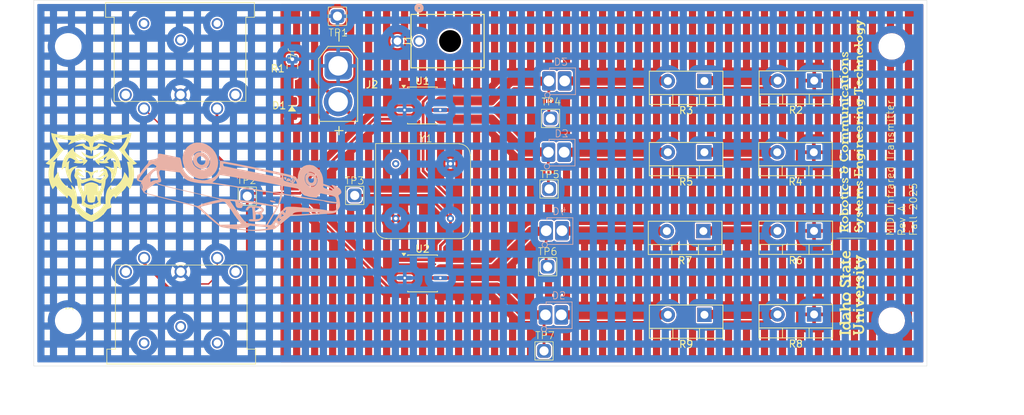
<source format=kicad_pcb>
(kicad_pcb (version 20241229) (generator "pcbnew") (generator_version "9.0")
  (layers (0 "F.Cu" signal) (2 "B.Cu" signal) (13 "F.Paste" user) (15 "B.Paste" user) (5 "F.SilkS" user "F.Silkscreen") (7 "B.SilkS" user "B.Silkscreen") (1 "F.Mask" user) (3 "B.Mask" user) (25 "Edge.Cuts" user))
  (net 0 "")
  (net 1 "Net-(D3-K)")
  (net 2 "Net-(D4-K)")
  (net 3 "Net-(D5-A)")
  (net 4 "GND")
  (net 5 "Net-(U1-INA)")
  (net 6 "Net-(D5-K)")
  (net 8 "Net-(U1-VCC)")
  (net 10 "Net-(R2-Pad2)")
  (net 11 "Net-(U1-ENA)")
  (net 12 "Net-(R4-Pad2)")
  (net 14 "Net-(D1-K)")
  (net 15 "Net-(D2-K)")
  (net 16 "Net-(D3-A)")
  (net 17 "Net-(D2-A)")
  (net 18 "Net-(D4-A)")
  (net 19 "Net-(R6-Pad2)")
  (net 20 "Net-(R8-Pad2)")
  (net 23 "Net-(D1-A)")
  (net 24 "Net-(J3-Pad4)")
  (footprint "2JB_Footprints:1X1_100mil_Header" (layer "F.Cu") (at 177.72 120.9)
    (property "Reference" "TP6" (at -20.32 -2.1 0) (layer "F.SilkS") (effects (font (thickness 0.1))))
    (property "Value" "IR3")
    (pad "1" thru_hole roundrect (at -20.32 0) (size 1.905 1.905) (drill 1.27) (layers "*.Cu" "*.Mask") (net 2 "Net-(D4-K)"))
  )
  (footprint "2JB_Footprints:DIN-5PIN_MIDI" (layer "F.Cu") (at 108.6175 91.4225 -90)
    (property "Reference" "J4" (at -0.1 -13.2 270) (layer "F.SilkS") (effects (font (thickness 0.1))))
    (property "Value" "MIDI in")
    (pad "1" thru_hole circle (at 5.5975 9.8375 270) (size 1.7 1.7) (drill 1.2) (layers "*.Cu" "*.Mask"))
    (pad "2" thru_hole circle (at 5.5975 2.2175 270) (size 1.7 1.7) (drill 1.2) (layers "*.Cu" "*.Mask") (net 4 "GND"))
    (pad "3" thru_hole circle (at 5.5975 -5.4025 270) (size 1.7 1.7) (drill 1.2) (layers "*.Cu" "*.Mask"))
    (pad "4" thru_hole circle (at 7.5025 7.2975 270) (size 1.7 1.7) (drill 1.2) (layers "*.Cu" "*.Mask") (net 24 "Net-(J3-Pad4)"))
    (pad "5" thru_hole circle (at 7.5025 -2.8625 270) (size 1.7 1.7) (drill 1.2) (layers "*.Cu" "*.Mask") (net 5 "Net-(U1-INA)"))
    (pad "6" thru_hole circle (at -2.0225 2.2175 180) (size 1.5 1.5) (drill 1) (layers "*.Cu" "*.Mask"))
    (pad "7" thru_hole circle (at -4.3085 -2.8625 180) (size 1.5 1.5) (drill 1) (layers "*.Cu" "*.Mask"))
    (pad "7" thru_hole circle (at -4.3085 7.2975 180) (size 1.5 1.5) (drill 1) (layers "*.Cu" "*.Mask"))
  )
  (footprint "Connector_AMASS:AMASS_XT30U-F_1x02_P5.0mm_Vertical" (layer "F.Cu") (at 128.3 93 -90)
    (property "Reference" "J2" (at 2.6 -4.7 180) (layer "F.SilkS"))
    (property "Value" "Power In")
    (fp_text user "-" (at -4 0 90) (layer "F.SilkS") (effects (font (size 1.5 1.5))))
    (fp_text user "+" (at 9 0 90) (layer "F.SilkS") (effects (font (size 1.5 1.5))))
    (pad "1" thru_hole roundrect (at 0 0 270) (size 3.8 3.8) (drill 2.7) (layers "*.Cu" "*.Mask") (roundrect_rratio 0.2) (net 4 "GND"))
    (pad "2" thru_hole circle (at 5 0 270) (size 4 4) (drill 2.7) (layers "*.Cu" "*.Mask") (net 8 "Net-(U1-VCC)"))
  )
  (footprint "2JB_Footprints:1X1_100mil_Header" (layer "F.Cu") (at 148.52 86.1)
    (property "Reference" "TP1" (at -20.22 2.3 0) (layer "F.SilkS") (effects (font (thickness 0.1))))
    (property "Value" "GND")
    (pad "1" thru_hole roundrect (at -20.32 0) (size 1.905 1.905) (drill 1.27) (layers "*.Cu" "*.Mask") (net 4 "GND"))
  )
  (footprint "Package_TO_SOT_THT:TO-220-2_Vertical" (layer "F.Cu") (at 179.04 115.95 180)
    (property "Reference" "R7" (at 2.54 -4.1 0) (layer "F.SilkS"))
    (property "Value" "2Ω")
    (pad "1" thru_hole rect (at 0 0 180) (size 2 2) (drill 1.1) (layers "*.Cu" "*.Mask") (net 19 "Net-(R6-Pad2)"))
    (pad "2" thru_hole circle (at 5.08 0 180) (size 2 2) (drill 1.1) (layers "*.Cu" "*.Mask") (net 18 "Net-(D4-A)"))
  )
  (footprint "2JB_Footprints:1X1_100mil_Header" (layer "F.Cu") (at 150.92 111)
    (property "Reference" "TP3" (at -20.35 -2.05 0) (layer "F.SilkS") (effects (font (thickness 0.1))))
    (property "Value" "1MHzTP")
    (pad "1" thru_hole roundrect (at -20.32 0) (size 1.905 1.905) (drill 1.27) (layers "*.Cu" "*.Mask") (net 11 "Net-(U1-ENA)"))
  )
  (footprint "2JB_Footprints:C_0805" (layer "F.Cu") (at 121.939974 93.122526 90)
    (property "Reference" "R1" (at -0.261252 -2.039974 0) (layer "F.SilkS"))
    (property "Value" "330Ω")
    (pad "1" smd roundrect (at -1.0375 0 90) (size 1.175 1.45) (layers "F.Cu" "F.Mask" "F.Paste") (roundrect_rratio 0.212766) (net 14 "Net-(D1-K)"))
    (pad "2" thru_hole roundrect (at 1.0375 0 90) (size 1.175 1.45) (drill 0.5) (layers "*.Cu" "*.Mask") (roundrect_rratio 0.212766) (net 4 "GND"))
  )
  (footprint "MountingHole:MountingHole_3.2mm_M3" (layer "F.Cu") (at 90.8 128.4)
    (property "Reference" "REF**" (hide yes))
    (property "Value" "MountingHole_3.2mm_M3")
    (pad "" np_thru_hole circle (at 0 0) (size 3.2 3.2) (drill 3.2) (layers "*.Cu" "*.Mask"))
  )
  (footprint "Package_SO:SOIC-8_3.9x4.9mm_P1.27mm" (layer "F.Cu") (at 140.025 121.835)
    (property "Reference" "U2" (at 0 -3.4 0) (layer "F.SilkS"))
    (property "Value" "MCP14E3")
    (pad "1" smd roundrect (at -2.475 -1.905) (size 1.95 0.6) (layers "F.Cu" "F.Mask" "F.Paste") (net 11 "Net-(U1-ENA)"))
    (pad "2" smd roundrect (at -2.475 -0.635) (size 1.95 0.6) (layers "F.Cu" "F.Mask" "F.Paste") (net 5 "Net-(U1-INA)"))
    (pad "3" thru_hole roundrect (at -2.475 0.635) (size 1.95 0.6) (drill 0.35) (layers "*.Cu" "*.Mask") (net 4 "GND"))
    (pad "4" smd roundrect (at -2.475 1.905) (size 1.95 0.6) (layers "F.Cu" "F.Mask" "F.Paste") (net 5 "Net-(U1-INA)"))
    (pad "5" smd roundrect (at 2.475 1.905) (size 1.95 0.6) (layers "F.Cu" "F.Mask" "F.Paste") (net 6 "Net-(D5-K)"))
    (pad "6" thru_hole roundrect (at 2.475 0.635) (size 1.95 0.6) (drill 0.35) (layers "*.Cu" "*.Mask") (net 8 "Net-(U1-VCC)"))
    (pad "7" smd roundrect (at 2.475 -0.635) (size 1.95 0.6) (layers "F.Cu" "F.Mask" "F.Paste") (net 2 "Net-(D4-K)"))
    (pad "8" smd roundrect (at 2.475 -1.905) (size 1.95 0.6) (layers "F.Cu" "F.Mask" "F.Paste") (net 11 "Net-(U1-ENA)"))
  )
  (footprint "2JB_Footprints:1X1_100mil_Header" (layer "F.Cu") (at 177.22 132.6)
    (property "Reference" "TP7" (at -20.2 -2.14 0) (layer "F.SilkS") (effects (font (thickness 0.1))))
    (property "Value" "IR4")
    (pad "1" thru_hole roundrect (at -20.32 0) (size 1.905 1.905) (drill 1.27) (layers "*.Cu" "*.Mask") (net 6 "Net-(D5-K)"))
  )
  (footprint "2JB_Footprints:300x300Mil_4Pin_Y" (layer "F.Cu") (at 133.5 103.8)
    (property "Reference" "Y1" (at 7 -0.7 0) (layer "F.SilkS") (effects (font (thickness 0.1))))
    (property "Value" "1MHz")
    (pad "1" thru_hole circle (at 2.8 2.8) (size 1 1) (drill 0.5) (layers "*.Cu" "*.Mask"))
    (pad "4" thru_hole circle (at 10.4 2.8) (size 1 1) (drill 0.5) (layers "*.Cu" "*.Mask") (net 4 "GND"))
    (pad "5" thru_hole circle (at 10.4 10.4) (size 1 1) (drill 0.5) (layers "*.Cu" "*.Mask") (net 11 "Net-(U1-ENA)"))
    (pad "8" thru_hole circle (at 2.8 10.4) (size 1 1) (drill 0.5) (layers "*.Cu" "*.Mask") (net 8 "Net-(U1-VCC)"))
  )
  (footprint "MountingHole:MountingHole_3.2mm_M3" (layer "F.Cu") (at 205.2 90.3)
    (property "Reference" "REF**" (hide yes))
    (property "Value" "MountingHole_3.2mm_M3")
    (pad "" np_thru_hole circle (at 0 0) (size 3.2 3.2) (drill 3.2) (layers "*.Cu" "*.Mask"))
  )
  (footprint "Package_TO_SOT_THT:TO-220-2_Vertical" (layer "F.Cu") (at 179.18 105 180)
    (property "Reference" "R5" (at 2.54 -4.1 0) (layer "F.SilkS"))
    (property "Value" "2Ω")
    (pad "1" thru_hole rect (at 0 0 180) (size 2 2) (drill 1.1) (layers "*.Cu" "*.Mask") (net 12 "Net-(R4-Pad2)"))
    (pad "2" thru_hole circle (at 5.08 0 180) (size 2 2) (drill 1.1) (layers "*.Cu" "*.Mask") (net 16 "Net-(D3-A)"))
  )
  (footprint "2JB_Footprints:1X1_100mil_Header" (layer "F.Cu") (at 135.995091 111.1)
    (property "Reference" "TP2" (at -20.395091 -2.2 0) (layer "F.SilkS") (effects (font (thickness 0.1))))
    (property "Value" "MIDI_Input")
    (pad "1" thru_hole roundrect (at -20.32 0) (size 1.905 1.905) (drill 1.27) (layers "*.Cu" "*.Mask") (net 5 "Net-(U1-INA)"))
  )
  (footprint "Package_TO_SOT_THT:TO-220-2_Vertical" (layer "F.Cu") (at 194.44 95.05 180)
    (property "Reference" "R2" (at 2.54 -4.1 0) (layer "F.SilkS"))
    (property "Value" "2Ω")
    (pad "1" thru_hole rect (at 0 0 180) (size 2 2) (drill 1.1) (layers "*.Cu" "*.Mask") (net 8 "Net-(U1-VCC)"))
    (pad "2" thru_hole circle (at 5.08 0 180) (size 2 2) (drill 1.1) (layers "*.Cu" "*.Mask") (net 10 "Net-(R2-Pad2)"))
  )
  (footprint "MountingHole:MountingHole_3.2mm_M3" (layer "F.Cu") (at 205.2 128.4)
    (property "Reference" "REF**" (hide yes))
    (property "Value" "MountingHole_3.2mm_M3")
    (pad "" np_thru_hole circle (at 0 0) (size 3.2 3.2) (drill 3.2) (layers "*.Cu" "*.Mask"))
  )
  (footprint "2JB_Footprints:1X1_100mil_Header" (layer "F.Cu") (at 178.12 100.3)
    (property "Reference" "TP4" (at -20.22 -2.3 0) (layer "F.SilkS") (effects (font (thickness 0.1))))
    (property "Value" "IR1")
    (pad "1" thru_hole roundrect (at -20.32 0) (size 1.905 1.905) (drill 1.27) (layers "*.Cu" "*.Mask") (net 15 "Net-(D2-K)"))
  )
  (footprint "2JB_Logos:Long_ISU_2x0_3" (layer "F.Cu") (at 199.6 111.4 90)
    (property "Reference" "G***" (hide yes))
    (property "Value" "LOGO" (hide yes))
  )
  (footprint "Package_TO_SOT_THT:TO-220-2_Vertical" (layer "F.Cu") (at 194.421073 127.532029 180)
    (property "Reference" "R8" (at 2.54 -4.1 0) (layer "F.SilkS"))
    (property "Value" "2Ω")
    (pad "1" thru_hole rect (at 0 0 180) (size 2 2) (drill 1.1) (layers "*.Cu" "*.Mask") (net 8 "Net-(U1-VCC)"))
    (pad "2" thru_hole circle (at 5.08 0 180) (size 2 2) (drill 1.1) (layers "*.Cu" "*.Mask") (net 20 "Net-(R8-Pad2)"))
  )
  (footprint "Package_TO_SOT_THT:TO-220-2_Vertical" (layer "F.Cu") (at 194.412518 115.931394 180)
    (property "Reference" "R6" (at 2.54 -4.1 0) (layer "F.SilkS"))
    (property "Value" "2Ω")
    (pad "1" thru_hole rect (at 0 0 180) (size 2 2) (drill 1.1) (layers "*.Cu" "*.Mask") (net 8 "Net-(U1-VCC)"))
    (pad "2" thru_hole circle (at 5.08 0 180) (size 2 2) (drill 1.1) (layers "*.Cu" "*.Mask") (net 19 "Net-(R6-Pad2)"))
  )
  (footprint "Package_SO:SOIC-8_3.9x4.9mm_P1.27mm" (layer "F.Cu") (at 140 98.5)
    (property "Reference" "U1" (at 0 -3.4 0) (layer "F.SilkS"))
    (property "Value" "MCP14E3")
    (pad "1" smd roundrect (at -2.475 -1.905) (size 1.95 0.6) (layers "F.Cu" "F.Mask" "F.Paste") (net 11 "Net-(U1-ENA)"))
    (pad "2" smd roundrect (at -2.475 -0.635) (size 1.95 0.6) (layers "F.Cu" "F.Mask" "F.Paste") (net 5 "Net-(U1-INA)"))
    (pad "3" thru_hole roundrect (at -2.475 0.635) (size 1.95 0.6) (drill 0.35) (layers "*.Cu" "*.Mask") (net 4 "GND"))
    (pad "4" smd roundrect (at -2.475 1.905) (size 1.95 0.6) (layers "F.Cu" "F.Mask" "F.Paste") (net 5 "Net-(U1-INA)"))
    (pad "5" smd roundrect (at 2.475 1.905) (size 1.95 0.6) (layers "F.Cu" "F.Mask" "F.Paste") (net 1 "Net-(D3-K)"))
    (pad "6" thru_hole roundrect (at 2.475 0.635) (size 1.95 0.6) (drill 0.35) (layers "*.Cu" "*.Mask") (net 8 "Net-(U1-VCC)"))
    (pad "7" smd roundrect (at 2.475 -0.635) (size 1.95 0.6) (layers "F.Cu" "F.Mask" "F.Paste") (net 15 "Net-(D2-K)"))
    (pad "8" smd roundrect (at 2.475 -1.905) (size 1.95 0.6) (layers "F.Cu" "F.Mask" "F.Paste") (net 11 "Net-(U1-ENA)"))
  )
  (footprint "2JB_Logos:Bengal_Head_0_5x0_5" (layer "F.Cu") (at 94 108.5)
    (property "Reference" "G***" (hide yes))
    (property "Value" "LOGO" (hide yes))
  )
  (footprint "Package_TO_SOT_THT:TO-220-2_Vertical" (layer "F.Cu") (at 179.18 95.1 180)
    (property "Reference" "R3" (at 2.54 -4.1 0) (layer "F.SilkS"))
    (property "Value" "2Ω")
    (pad "1" thru_hole rect (at 0 0 180) (size 2 2) (drill 1.1) (layers "*.Cu" "*.Mask") (net 10 "Net-(R2-Pad2)"))
    (pad "2" thru_hole circle (at 5.08 0 180) (size 2 2) (drill 1.1) (layers "*.Cu" "*.Mask") (net 17 "Net-(D2-A)"))
  )
  (footprint "2JB_Footprints:1X1_100mil_Header" (layer "F.Cu") (at 177.92 110.1)
    (property "Reference" "TP5" (at -20.22 -2 0) (layer "F.SilkS") (effects (font (thickness 0.1))))
    (property "Value" "IR2")
    (pad "1" thru_hole roundrect (at -20.32 0) (size 1.905 1.905) (drill 1.27) (layers "*.Cu" "*.Mask") (net 1 "Net-(D3-K)"))
  )
  (footprint "Package_TO_SOT_THT:TO-220-2_Vertical" (layer "F.Cu") (at 179.184938 127.583667 180)
    (property "Reference" "R9" (at 2.54 -4.1 0) (layer "F.SilkS"))
    (property "Value" "2Ω")
    (pad "1" thru_hole rect (at 0 0 180) (size 2 2) (drill 1.1) (layers "*.Cu" "*.Mask") (net 20 "Net-(R8-Pad2)"))
    (pad "2" thru_hole circle (at 5.08 0 180) (size 2 2) (drill 1.1) (layers "*.Cu" "*.Mask") (net 3 "Net-(D5-A)"))
  )
  (footprint "Package_TO_SOT_THT:TO-220-2_Vertical" (layer "F.Cu") (at 194.38 105 180)
    (property "Reference" "R4" (at 2.54 -4.1 0) (layer "F.SilkS"))
    (property "Value" "2Ω")
    (pad "1" thru_hole rect (at 0 0 180) (size 2 2) (drill 1.1) (layers "*.Cu" "*.Mask") (net 8 "Net-(U1-VCC)"))
    (pad "2" thru_hole circle (at 5.08 0 180) (size 2 2) (drill 1.1) (layers "*.Cu" "*.Mask") (net 12 "Net-(R4-Pad2)"))
  )
  (footprint "2JB_Footprints:2PinMolex" (layer "F.Cu") (at 139.5357 89.5604 90)
    (property "Reference" "J1" (at 0 -1.5 90) (layer "F.SilkS"))
    (property "Value" "FanPower")
    (pad "" np_thru_hole circle (at 0 4.320002 90) (size 3.048 3.048) (drill 3.048) (layers))
    (pad "1" thru_hole circle (at 0 0 90) (size 1.5748 1.5748) (drill 1.0668) (layers "*.Cu" "*.Mask") (net 23 "Net-(D1-A)"))
    (pad "2" thru_hole circle (at 0 -2.999999 90) (size 1.5748 1.5748) (drill 1.0668) (layers "*.Cu" "*.Mask") (net 4 "GND"))
  )
  (footprint "2JB_Footprints:D_0805" (layer "F.Cu") (at 121.138 99.1746 90)
    (property "Reference" "D1" (at 0.6604 -1.038 0) (layer "F.SilkS"))
    (property "Value" "LED_Filled" (hide yes))
    (pad "1" smd roundrect (at 1.27 0.762 90) (size 1.15 1.4) (layers "F.Cu" "F.Mask" "F.Paste") (roundrect_rratio 0.217391) (net 14 "Net-(D1-K)"))
    (pad "2" smd roundrect (at -0.762 0.762 90) (size 1.15 1.4) (layers "F.Cu" "F.Mask" "F.Paste") (roundrect_rratio 0.217391) (net 8 "Net-(U1-VCC)"))
  )
  (footprint "2JB_Footprints:DIN-5PIN_MIDI" (layer "F.Cu") (at 104.2025 127.1915 90)
    (property "Reference" "J3" (at -0.1 -13.2 90) (layer "F.SilkS") (effects (font (thickness 0.1))))
    (property "Value" "MIDI Thr")
    (pad "1" thru_hole circle (at 5.5975 9.8375 90) (size 1.7 1.7) (drill 1.2) (layers "*.Cu" "*.Mask"))
    (pad "2" thru_hole circle (at 5.5975 2.2175 90) (size 1.7 1.7) (drill 1.2) (layers "*.Cu" "*.Mask") (net 4 "GND"))
    (pad "3" thru_hole circle (at 5.5975 -5.4025 90) (size 1.7 1.7) (drill 1.2) (layers "*.Cu" "*.Mask"))
    (pad "4" thru_hole circle (at 7.5025 7.2975 90) (size 1.7 1.7) (drill 1.2) (layers "*.Cu" "*.Mask") (net 24 "Net-(J3-Pad4)"))
    (pad "5" thru_hole circle (at 7.5025 -2.8625 90) (size 1.7 1.7) (drill 1.2) (layers "*.Cu" "*.Mask") (net 5 "Net-(U1-INA)"))
    (pad "6" thru_hole circle (at -2.0225 2.2175) (size 1.5 1.5) (drill 1) (layers "*.Cu" "*.Mask"))
    (pad "7" thru_hole circle (at -4.3085 -2.8625) (size 1.5 1.5) (drill 1) (layers "*.Cu" "*.Mask"))
    (pad "7" thru_hole circle (at -4.3085 7.2975) (size 1.5 1.5) (drill 1) (layers "*.Cu" "*.Mask"))
  )
  (footprint "MountingHole:MountingHole_3.2mm_M3" (layer "F.Cu") (at 90.8 90.3)
    (property "Reference" "REF**" (hide yes))
    (property "Value" "MountingHole_3.2mm_M3")
    (pad "" np_thru_hole circle (at 0 0) (size 3.2 3.2) (drill 3.2) (layers "*.Cu" "*.Mask"))
  )
  (footprint "2JB_Footprints:Fat_2Pin_D" (layer "B.Cu") (at 159.34 102.830555 180)
    (property "Reference" "D3" (at 0 0.5 180) (layer "B.SilkS") (effects (font (thickness 0.1)) (justify mirror)))
    (property "Value" "D_Filled")
    (pad "1" thru_hole roundrect (at -0.36 -2.169445 180) (size 1.9 2.699998) (drill 1.5) (layers "*.Cu" "*.Mask") (roundrect_rratio 0.15) (net 16 "Net-(D3-A)"))
    (pad "2" thru_hole roundrect (at 1.84 -2.169445 180) (size 1.9 2.699998) (drill 1.5) (layers "*.Cu" "*.Mask") (roundrect_rratio 0.15) (net 1 "Net-(D3-K)"))
  )
  (footprint "2JB_Footprints:Fat_2Pin_D" (layer "B.Cu") (at 159.04 113.630555 180)
    (property "Reference" "D4" (at 0 0.5 180) (layer "B.SilkS") (effects (font (thickness 0.1)) (justify mirror)))
    (property "Value" "D_Filled")
    (pad "1" thru_hole roundrect (at -0.36 -2.269445 180) (size 1.9 2.699998) (drill 1.5) (layers "*.Cu" "*.Mask") (roundrect_rratio 0.15) (net 18 "Net-(D4-A)"))
    (pad "2" thru_hole roundrect (at 1.84 -2.269445 180) (size 1.9 2.699998) (drill 1.5) (layers "*.Cu" "*.Mask") (roundrect_rratio 0.15) (net 2 "Net-(D4-K)"))
  )
  (footprint "2JB_Footprints:Fat_2Pin_D" (layer "B.Cu") (at 158.97 125.330555 180)
    (property "Reference" "D5" (at 0 0.5 180) (layer "B.SilkS") (effects (font (thickness 0.1)) (justify mirror)))
    (property "Value" "D_Filled")
    (pad "1" thru_hole roundrect (at -0.33 -2.269445 180) (size 1.9 2.699998) (drill 1.5) (layers "*.Cu" "*.Mask") (roundrect_rratio 0.15) (net 3 "Net-(D5-A)"))
    (pad "2" thru_hole roundrect (at 1.87 -2.269445 180) (size 1.9 2.699998) (drill 1.5) (layers "*.Cu" "*.Mask") (roundrect_rratio 0.15) (net 6 "Net-(D5-K)"))
  )
  (footprint "2JB_Logos:JB_Logo_1_1x0_5" (layer "B.Cu") (at 114.405091 109.83)
    (property "Reference" "G***" (hide yes))
    (property "Value" "LOGO" (hide yes))
  )
  (footprint "2JB_Footprints:Fat_2Pin_D" (layer "B.Cu") (at 159.248605 92.874737 180)
    (property "Reference" "D2" (at 0 0.5 180) (layer "B.SilkS") (effects (font (thickness 0.1)) (justify mirror)))
    (property "Value" "D_Filled")
    (pad "1" thru_hole roundrect (at -0.52 -2.219445 180) (size 1.9 2.699998) (drill 1.5) (layers "*.Cu" "*.Mask") (roundrect_rratio 0.15) (net 17 "Net-(D2-A)"))
    (pad "2" thru_hole roundrect (at 1.68 -2.219445 180) (size 1.9 2.699998) (drill 1.5) (layers "*.Cu" "*.Mask") (roundrect_rratio 0.15) (net 15 "Net-(D2-K)"))
  )
  (gr_rect (start 86 83.9) (end 210.1 134.7) (stroke (width 0.05)) (fill no) (layer "Edge.Cuts"))
  (gr_text "MIDI Infrared Transmitter\nRev A\nFall 2025" (at 208.8 116.7 90) (layer "F.SilkS") (effects (font (size 1 1) (thickness 0.1)) (justify left bottom)))
  (segment (start 157.5 110) (end 157.6 110.1) (width 0.381) (layer "F.Cu") (net 1))
  (segment (start 149.605 100.405) (end 154.15867 104.95867) (width 1.27) (layer "F.Cu") (net 1))
  (segment (start 142.475 100.405) (end 149.605 100.405) (width 1.27) (layer "F.Cu") (net 1))
  (segment (start 154.15867 104.95867) (end 156.796186 104.95867) (width 1.27) (layer "F.Cu") (net 1))
  (segment (start 157.5 105) (end 157.5 110) (width 0.381) (layer "F.Cu") (net 1))
  (segment (start 155.114523 115.985477) (end 156.828851 115.985477) (width 1.27) (layer "F.Cu") (net 2))
  (segment (start 149.9 121.2) (end 155.114523 115.985477) (width 1.27) (layer "F.Cu") (net 2))
  (segment (start 157.3 115.8) (end 157.2 115.9) (width 0.381) (layer "F.Cu") (net 2))
  (segment (start 157.2 120.7) (end 157.4 120.9) (width 0.381) (layer "F.Cu") (net 2))
  (segment (start 157.2 115.9) (end 157.2 120.7) (width 0.381) (layer "F.Cu") (net 2))
  (segment (start 142.5 121.2) (end 149.9 121.2) (width 1.27) (layer "F.Cu") (net 2))
  (segment (start 159.3 127.6) (end 174.088605 127.6) (width 1.27) (layer "F.Cu") (net 3))
  (segment (start 174.088605 127.6) (end 174.104938 127.583667) (width 1.27) (layer "F.Cu") (net 3))
  (segment (start 123 110.7) (end 133.3 100.4) (width 0.381) (layer "F.Cu") (net 5))
  (segment (start 115.675091 111.1) (end 115.675091 109.675091) (width 0.381) (layer "F.Cu") (net 5))
  (segment (start 135.24 123.74) (end 123.1 111.6) (width 0.381) (layer "F.Cu") (net 5))
  (segment (start 138.96 123.74) (end 137.55 123.74) (width 0.381) (layer "F.Cu") (net 5))
  (segment (start 137.525 100.405) (end 139.095 100.405) (width 0.381) (layer "F.Cu") (net 5))
  (segment (start 139.065 97.865) (end 137.525 97.865) (width 0.381) (layer "F.Cu") (net 5))
  (segment (start 137.55 123.74) (end 135.24 123.74) (width 0.381) (layer "F.Cu") (net 5))
  (segment (start 139.4 100.1) (end 139.4 98.2) (width 0.381) (layer "F.Cu") (net 5))
  (segment (start 139 121.2) (end 139.4 121.6) (width 0.381) (layer "F.Cu") (net 5))
  (segment (start 111.46 98.945) (end 111.48 98.925) (width 0.381) (layer "F.Cu") (net 5))
  (segment (start 105.3 124.4) (end 113.2 124.4) (width 0.381) (layer "F.Cu") (net 5))
  (segment (start 137.55 121.2) (end 139 121.2) (width 0.381) (layer "F.Cu") (net 5))
  (segment (start 115.675091 111.1) (end 116.075091 110.7) (width 0.381) (layer "F.Cu") (net 5))
  (segment (start 101.375892 120.475892) (end 105.3 124.4) (width 0.381) (layer "F.Cu") (net 5))
  (segment (start 139.095 100.405) (end 139.4 100.1) (width 0.381) (layer "F.Cu") (net 5))
  (segment (start 123.1 111.6) (end 116.175091 111.6) (width 0.381) (layer "F.Cu") (net 5))
  (segment (start 139.4 98.2) (end 139.065 97.865) (width 0.381) (layer "F.Cu") (net 5))
  (segment (start 115.675091 109.675091) (end 111.46 105.46) (width 0.381) (layer "F.Cu") (net 5))
  (segment (start 133.3 100.4) (end 137.2 100.4) (width 0.381) (layer "F.Cu") (net 5))
  (segment (start 116.175091 111.6) (end 115.675091 111.1) (width 0.381) (layer "F.Cu") (net 5))
  (segment (start 111.46 105.46) (end 111.46 98.945) (width 0.381) (layer "F.Cu") (net 5))
  (segment (start 139.4 123.3) (end 138.96 123.74) (width 0.381) (layer "F.Cu") (net 5))
  (segment (start 139.4 121.6) (end 139.4 123.3) (width 0.381) (layer "F.Cu") (net 5))
  (segment (start 116.075091 110.7) (end 123 110.7) (width 0.381) (layer "F.Cu") (net 5))
  (segment (start 113.2 124.4) (end 115.675091 121.924909) (width 0.381) (layer "F.Cu") (net 5))
  (segment (start 115.675091 121.924909) (end 115.675091 111.1) (width 0.381) (layer "F.Cu") (net 5))
  (segment (start 142.5 123.74) (end 150.34 123.74) (width 1.27) (layer "F.Cu") (net 6))
  (segment (start 150.34 123.74) (end 154.193104 127.593104) (width 1.27) (layer "F.Cu") (net 6))
  (segment (start 154.193104 127.593104) (end 156.798728 127.593104) (width 1.27) (layer "F.Cu") (net 6))
  (segment (start 156.9 132.6) (end 156.9 127.8) (width 0.381) (layer "F.Cu") (net 6))
  (segment (start 156.9 127.8) (end 157.1 127.6) (width 0.381) (layer "F.Cu") (net 6))
  (segment (start 189.36 95.05) (end 179.23 95.05) (width 1.27) (layer "F.Cu") (net 10))
  (segment (start 179.23 95.05) (end 179.18 95.1) (width 1.27) (layer "F.Cu") (net 10))
  (segment (start 143.9 114.2) (end 140.7 111) (width 0.381) (layer "F.Cu") (net 11))
  (segment (start 142.5 118) (end 142.5 119.93) (width 0.381) (layer "F.Cu") (net 11))
  (segment (start 140.7 111) (end 130.6 111) (width 0.381) (layer "F.Cu") (net 11))
  (segment (start 143.9 114.2) (end 143.9 111.4) (width 0.381) (layer "F.Cu") (net 11))
  (segment (start 142.475 96.595) (end 137.525 96.595) (width 0.381) (layer "F.Cu") (net 11))
  (segment (start 143.9 111.4) (end 140.1 107.6) (width 0.381) (layer "F.Cu") (net 11))
  (segment (start 142.5 119.93) (end 137.55 119.93) (width 0.381) (layer "F.Cu") (net 11))
  (segment (start 140.1 107.6) (end 140.1 97.995001) (width 0.381) (layer "F.Cu") (net 11))
  (segment (start 141.500001 96.595) (end 142.475 96.595) (width 0.381) (layer "F.Cu") (net 11))
  (segment (start 143.9 116.6) (end 142.5 118) (width 0.381) (layer "F.Cu") (net 11))
  (segment (start 143.9 114.2) (end 143.9 116.6) (width 0.381) (layer "F.Cu") (net 11))
  (segment (start 140.1 97.995001) (end 141.500001 96.595) (width 0.381) (layer "F.Cu") (net 11))
  (segment (start 179.18 105) (end 189.3 105) (width 1.27) (layer "F.Cu") (net 12))
  (segment (start 121.9 94.2) (end 121.939974 94.160026) (width 0.381) (layer "F.Cu") (net 14))
  (segment (start 121.9 97.9046) (end 121.9 94.2) (width 0.381) (layer "F.Cu") (net 14))
  (segment (start 142.475 97.865) (end 149.535 97.865) (width 1.27) (layer "F.Cu") (net 15))
  (segment (start 157.7 94.962787) (end 157.568605 95.094182) (width 0.381) (layer "F.Cu") (net 15))
  (segment (start 157.568605 95.094182) (end 157.568605 100.068605) (width 0.381) (layer "F.Cu") (net 15))
  (segment (start 152.271688 95.128312) (end 156.741467 95.128312) (width 1.27) (layer "F.Cu") (net 15))
  (segment (start 157.568605 100.068605) (end 157.8 100.3) (width 0.381) (layer "F.Cu") (net 15))
  (segment (start 149.535 97.865) (end 152.271688 95.128312) (width 1.27) (layer "F.Cu") (net 15))
  (segment (start 159.7 105) (end 174.1 105) (width 1.27) (layer "F.Cu") (net 16))
  (segment (start 159.774423 95.1) (end 159.768605 95.094182) (width 1.27) (layer "F.Cu") (net 17))
  (segment (start 174.1 95.1) (end 159.774423 95.1) (width 1.27) (layer "F.Cu") (net 17))
  (segment (start 159.45 115.95) (end 159.4 115.9) (width 1.27) (layer "F.Cu") (net 18))
  (segment (start 173.96 115.95) (end 159.45 115.95) (width 1.27) (layer "F.Cu") (net 18))
  (segment (start 179.058606 115.931394) (end 179.04 115.95) (width 1.27) (layer "F.Cu") (net 19))
  (segment (start 189.332518 115.931394) (end 179.058606 115.931394) (width 1.27) (layer "F.Cu") (net 19))
  (segment (start 189.341073 127.532029) (end 179.236576 127.532029) (width 1.27) (layer "F.Cu") (net 20))
  (segment (start 179.236576 127.532029) (end 179.184938 127.583667) (width 1.27) (layer "F.Cu") (net 20))
  (segment (start 105.7 123.3) (end 103.6 121.2) (width 0.2) (layer "F.Cu") (net 24))
  (segment (start 103.6 101.205) (end 101.32 98.925) (width 0.2) (layer "F.Cu") (net 24))
  (segment (start 111.5 119.689) (end 111.5 122.0915) (width 0.2) (layer "F.Cu") (net 24))
  (segment (start 111.5 122.0915) (end 110.2915 123.3) (width 0.2) (layer "F.Cu") (net 24))
  (segment (start 110.2915 123.3) (end 105.7 123.3) (width 0.2) (layer "F.Cu") (net 24))
  (segment (start 103.6 121.2) (end 103.6 101.205) (width 0.2) (layer "F.Cu") (net 24))
  (zone (net 8) (net_name "Net-(U1-VCC)") (layer "F.Cu") (connect_pads (clearance 0)) (min_thickness 0.25) (fill yes (mode hatch) (thermal_gap 0.5) (thermal_bridge_width 0.5) (hatch_thickness 1) (hatch_gap 1.5) (hatch_orientation 0) (hatch_border_algorithm hatch_thickness) (hatch_min_hole_area 0.3))
    (polygon (pts (xy 120.284593 83.9) (xy 120.284593 134.7) (xy 210.1 134.7) (xy 210.1 83.9)))
  )
  (zone (net 4) (net_name "GND") (layer "B.Cu") (priority 1) (connect_pads (clearance 0)) (min_thickness 0.25) (fill yes (mode hatch) (thermal_gap 0.5) (thermal_bridge_width 0.5) (hatch_thickness 1) (hatch_gap 1.5) (hatch_orientation 0) (hatch_border_algorithm hatch_thickness) (hatch_min_hole_area 0.3))
    (polygon (pts (xy 86 83.9) (xy 210.1 83.9) (xy 210.1 134.7) (xy 86 134.7)))
  )
)
</source>
